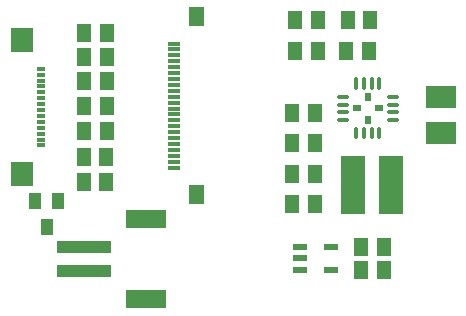
<source format=gbr>
G04 EAGLE Gerber RS-274X export*
G75*
%MOMM*%
%FSLAX34Y34*%
%LPD*%
%INSolderpaste Bottom*%
%IPPOS*%
%AMOC8*
5,1,8,0,0,1.08239X$1,22.5*%
G01*
%ADD10R,4.600000X1.000000*%
%ADD11R,3.400000X1.600000*%
%ADD12R,1.240000X1.500000*%
%ADD13R,2.500000X1.950000*%
%ADD14R,1.000000X1.400000*%
%ADD15R,2.000000X5.000000*%
%ADD16C,0.350000*%
%ADD17R,0.600000X0.700000*%
%ADD18R,0.700000X0.600000*%
%ADD19R,1.200000X0.550000*%
%ADD20R,1.000000X0.300000*%
%ADD21R,1.000000X1.000000*%
%ADD22R,0.800000X0.300000*%
%ADD23R,1.900000X2.000000*%

G36*
X207275Y309059D02*
X207275Y309059D01*
X207275Y309060D01*
X207275Y325560D01*
X207271Y325565D01*
X207270Y325565D01*
X194270Y325565D01*
X194265Y325561D01*
X194265Y325560D01*
X194265Y309060D01*
X194269Y309055D01*
X194270Y309055D01*
X207270Y309055D01*
X207275Y309059D01*
G37*
G36*
X207275Y158559D02*
X207275Y158559D01*
X207275Y158560D01*
X207275Y175060D01*
X207271Y175065D01*
X207270Y175065D01*
X194270Y175065D01*
X194265Y175061D01*
X194265Y175060D01*
X194265Y158560D01*
X194269Y158555D01*
X194270Y158555D01*
X207270Y158555D01*
X207275Y158559D01*
G37*
D10*
X105700Y102300D03*
X105700Y122300D03*
D11*
X157700Y78300D03*
X157700Y146300D03*
D12*
X284180Y287980D03*
X303180Y287980D03*
X124740Y283030D03*
X105740Y283030D03*
X284180Y314650D03*
X303180Y314650D03*
X124384Y177472D03*
X105384Y177472D03*
X300640Y158440D03*
X281640Y158440D03*
D13*
X407360Y249382D03*
X407360Y218882D03*
D12*
X340060Y122372D03*
X359060Y122372D03*
X124384Y198554D03*
X105384Y198554D03*
X124486Y220292D03*
X105486Y220292D03*
X124740Y303350D03*
X105740Y303350D03*
D14*
X73716Y139106D03*
X83216Y161106D03*
X64216Y161106D03*
D15*
X333560Y174950D03*
X365560Y174950D03*
D12*
X281640Y210510D03*
X300640Y210510D03*
X300640Y235910D03*
X281640Y235910D03*
X124740Y262710D03*
X105740Y262710D03*
X105638Y241988D03*
X124638Y241988D03*
X281640Y183840D03*
X300640Y183840D03*
X328630Y314650D03*
X347630Y314650D03*
X327360Y287980D03*
X346360Y287980D03*
X340314Y103068D03*
X359314Y103068D03*
D16*
X363250Y249470D02*
X370250Y249470D01*
X370250Y242970D02*
X363250Y242970D01*
X363250Y236470D02*
X370250Y236470D01*
X370250Y229970D02*
X363250Y229970D01*
X355500Y222220D02*
X355500Y215220D01*
X349000Y215220D02*
X349000Y222220D01*
X342500Y222220D02*
X342500Y215220D01*
X336000Y215220D02*
X336000Y222220D01*
X328250Y229970D02*
X321250Y229970D01*
X321250Y236470D02*
X328250Y236470D01*
X328250Y242970D02*
X321250Y242970D01*
X321250Y249470D02*
X328250Y249470D01*
X336000Y257220D02*
X336000Y264220D01*
X342500Y264220D02*
X342500Y257220D01*
X349000Y257220D02*
X349000Y264220D01*
X355500Y264220D02*
X355500Y257220D01*
D17*
X345750Y249220D03*
X345750Y230220D03*
D18*
X355250Y239720D03*
X336250Y239720D03*
D19*
X288299Y103220D03*
X288299Y112720D03*
X288299Y122220D03*
X314301Y122220D03*
X314301Y103220D03*
D20*
X181770Y234560D03*
X181770Y249560D03*
X181770Y239560D03*
X181770Y254560D03*
X181770Y229560D03*
X181770Y264560D03*
X181770Y209560D03*
X181770Y274560D03*
X181770Y199560D03*
X181770Y284560D03*
X181770Y289560D03*
X181770Y194560D03*
X181770Y294560D03*
X181770Y244560D03*
X181770Y204560D03*
X181770Y189560D03*
D21*
X200770Y317310D03*
X200770Y166810D03*
D20*
X181770Y279560D03*
X181770Y219560D03*
X181770Y269560D03*
X181770Y214560D03*
X181770Y259560D03*
X181770Y224560D03*
D22*
X69196Y208292D03*
X69196Y213292D03*
X69196Y218292D03*
X69196Y223292D03*
X69196Y228292D03*
X69196Y233292D03*
X69196Y238292D03*
X69196Y243292D03*
X69196Y248292D03*
X69196Y253292D03*
X69196Y258292D03*
X69196Y263292D03*
X69196Y268292D03*
X69196Y273292D03*
D23*
X53196Y297792D03*
X53196Y183792D03*
M02*

</source>
